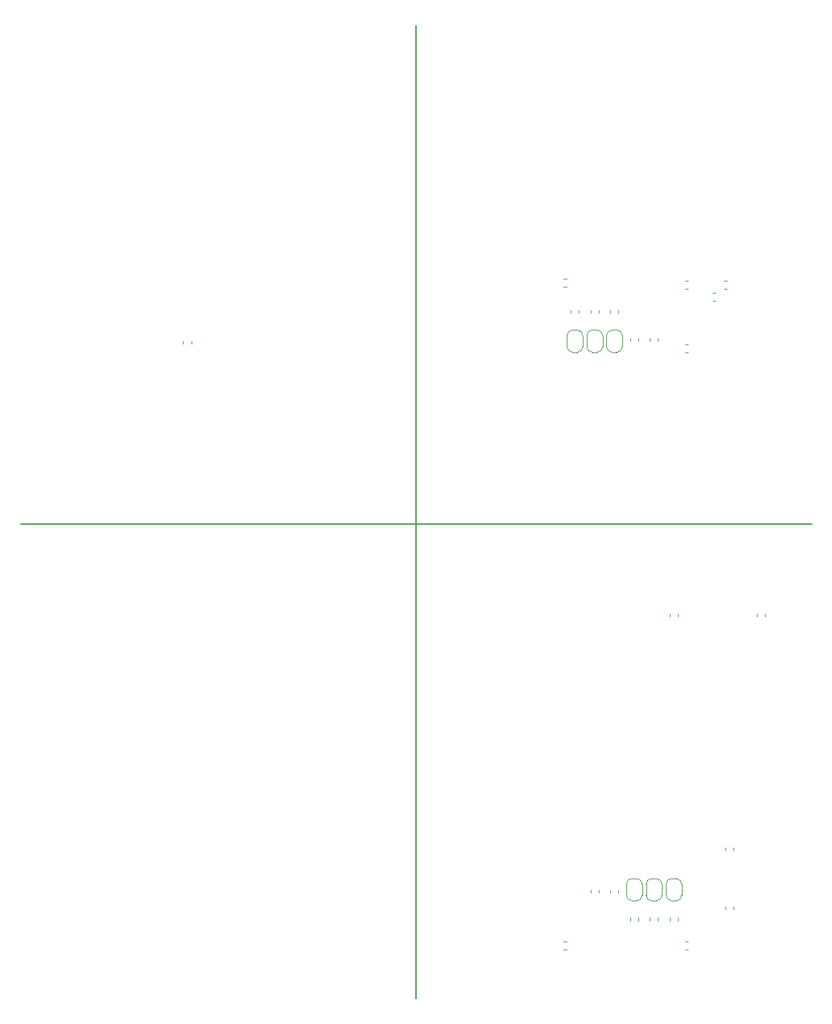
<source format=gbr>
G04 #@! TF.GenerationSoftware,KiCad,Pcbnew,5.0.0*
G04 #@! TF.CreationDate,2018-10-03T20:53:43-04:00*
G04 #@! TF.ProjectId,micromouse,6D6963726F6D6F7573652E6B69636164,rev?*
G04 #@! TF.SameCoordinates,PX8f0d180PY5f5e100*
G04 #@! TF.FileFunction,Legend,Bot*
G04 #@! TF.FilePolarity,Positive*
%FSLAX46Y46*%
G04 Gerber Fmt 4.6, Leading zero omitted, Abs format (unit mm)*
G04 Created by KiCad (PCBNEW 5.0.0) date Wed Oct  3 20:53:43 2018*
%MOMM*%
%LPD*%
G01*
G04 APERTURE LIST*
%ADD10C,0.200000*%
%ADD11C,0.120000*%
G04 APERTURE END LIST*
D10*
X-50000000Y0D02*
X50000000Y0D01*
X0Y63000000D02*
X0Y-60000000D01*
D11*
G04 #@! TO.C,R14*
X40068983Y-40883166D02*
X40068983Y-41225700D01*
X39048983Y-40883166D02*
X39048983Y-41225700D01*
G04 #@! TO.C,C1*
X18980250Y-53814432D02*
X18637716Y-53814432D01*
X18980250Y-52794432D02*
X18637716Y-52794432D01*
G04 #@! TO.C,C2*
X32048983Y-11383166D02*
X32048983Y-11725700D01*
X33068983Y-11383166D02*
X33068983Y-11725700D01*
G04 #@! TO.C,C3*
X44068982Y-11725700D02*
X44068982Y-11383166D01*
X43048982Y-11725700D02*
X43048982Y-11383166D01*
G04 #@! TO.C,C4*
X34012716Y30705568D02*
X34355250Y30705568D01*
X34012716Y29685568D02*
X34355250Y29685568D01*
G04 #@! TO.C,C6*
X34355249Y-53814433D02*
X34012715Y-53814433D01*
X34355249Y-52794433D02*
X34012715Y-52794433D01*
G04 #@! TO.C,C7*
X18637716Y29935567D02*
X18980250Y29935567D01*
X18637716Y30955567D02*
X18980250Y30955567D01*
G04 #@! TO.C,C8*
X-28431017Y22774300D02*
X-28431017Y23116834D01*
X-29451017Y22774300D02*
X-29451017Y23116834D01*
G04 #@! TO.C,C9*
X38887716Y30705567D02*
X39230250Y30705567D01*
X38887716Y29685567D02*
X39230250Y29685567D01*
G04 #@! TO.C,JP1*
X33558983Y-46904432D02*
X33558983Y-45504432D01*
X32858983Y-44804432D02*
X32258983Y-44804432D01*
X31558983Y-45504432D02*
X31558983Y-46904432D01*
X32258983Y-47604432D02*
X32858983Y-47604432D01*
X32858983Y-47604432D02*
G75*
G03X33558983Y-46904432I0J700000D01*
G01*
X31558983Y-46904432D02*
G75*
G03X32258983Y-47604432I700000J0D01*
G01*
X32258983Y-44804432D02*
G75*
G03X31558983Y-45504432I0J-700000D01*
G01*
X33558983Y-45504432D02*
G75*
G03X32858983Y-44804432I-700000J0D01*
G01*
G04 #@! TO.C,JP2*
X31058983Y-45504432D02*
G75*
G03X30358983Y-44804432I-700000J0D01*
G01*
X29758983Y-44804432D02*
G75*
G03X29058983Y-45504432I0J-700000D01*
G01*
X29058983Y-46904432D02*
G75*
G03X29758983Y-47604432I700000J0D01*
G01*
X30358983Y-47604432D02*
G75*
G03X31058983Y-46904432I0J700000D01*
G01*
X29758983Y-47604432D02*
X30358983Y-47604432D01*
X29058983Y-45504432D02*
X29058983Y-46904432D01*
X30358983Y-44804432D02*
X29758983Y-44804432D01*
X31058983Y-46904432D02*
X31058983Y-45504432D01*
G04 #@! TO.C,JP3*
X28558983Y-45504433D02*
G75*
G03X27858983Y-44804433I-700000J0D01*
G01*
X27258983Y-44804433D02*
G75*
G03X26558983Y-45504433I0J-700000D01*
G01*
X26558983Y-46904433D02*
G75*
G03X27258983Y-47604433I700000J0D01*
G01*
X27858983Y-47604433D02*
G75*
G03X28558983Y-46904433I0J700000D01*
G01*
X27258983Y-47604433D02*
X27858983Y-47604433D01*
X26558983Y-45504433D02*
X26558983Y-46904433D01*
X27858983Y-44804433D02*
X27258983Y-44804433D01*
X28558983Y-46904433D02*
X28558983Y-45504433D01*
G04 #@! TO.C,JP4*
X19058983Y23795567D02*
X19058983Y22395567D01*
X19758983Y21695567D02*
X20358983Y21695567D01*
X21058983Y22395567D02*
X21058983Y23795567D01*
X20358983Y24495567D02*
X19758983Y24495567D01*
X19758983Y24495567D02*
G75*
G03X19058983Y23795567I0J-700000D01*
G01*
X21058983Y23795567D02*
G75*
G03X20358983Y24495567I-700000J0D01*
G01*
X20358983Y21695567D02*
G75*
G03X21058983Y22395567I0J700000D01*
G01*
X19058983Y22395567D02*
G75*
G03X19758983Y21695567I700000J0D01*
G01*
G04 #@! TO.C,JP5*
X21558983Y23795567D02*
X21558983Y22395567D01*
X22258983Y21695567D02*
X22858983Y21695567D01*
X23558983Y22395567D02*
X23558983Y23795567D01*
X22858983Y24495567D02*
X22258983Y24495567D01*
X22258983Y24495567D02*
G75*
G03X21558983Y23795567I0J-700000D01*
G01*
X23558983Y23795567D02*
G75*
G03X22858983Y24495567I-700000J0D01*
G01*
X22858983Y21695567D02*
G75*
G03X23558983Y22395567I0J700000D01*
G01*
X21558983Y22395567D02*
G75*
G03X22258983Y21695567I700000J0D01*
G01*
G04 #@! TO.C,JP6*
X24058983Y22395567D02*
G75*
G03X24758983Y21695567I700000J0D01*
G01*
X25358983Y21695567D02*
G75*
G03X26058983Y22395567I0J700000D01*
G01*
X26058983Y23795567D02*
G75*
G03X25358983Y24495567I-700000J0D01*
G01*
X24758983Y24495567D02*
G75*
G03X24058983Y23795567I0J-700000D01*
G01*
X25358983Y24495567D02*
X24758983Y24495567D01*
X26058983Y22395567D02*
X26058983Y23795567D01*
X24758983Y21695567D02*
X25358983Y21695567D01*
X24058983Y23795567D02*
X24058983Y22395567D01*
G04 #@! TO.C,R1*
X37855250Y29205567D02*
X37512716Y29205567D01*
X37855250Y28185567D02*
X37512716Y28185567D01*
G04 #@! TO.C,R2*
X33068983Y-49758166D02*
X33068983Y-50100700D01*
X32048983Y-49758166D02*
X32048983Y-50100700D01*
G04 #@! TO.C,R3*
X29548982Y-49758166D02*
X29548982Y-50100700D01*
X30568982Y-49758166D02*
X30568982Y-50100700D01*
G04 #@! TO.C,R4*
X28068982Y-49758166D02*
X28068982Y-50100700D01*
X27048982Y-49758166D02*
X27048982Y-50100700D01*
G04 #@! TO.C,R5*
X24548983Y-46258165D02*
X24548983Y-46600699D01*
X25568983Y-46258165D02*
X25568983Y-46600699D01*
G04 #@! TO.C,R6*
X23068983Y-46258166D02*
X23068983Y-46600700D01*
X22048983Y-46258166D02*
X22048983Y-46600700D01*
G04 #@! TO.C,R7*
X19548983Y26649300D02*
X19548983Y26991834D01*
X20568983Y26649300D02*
X20568983Y26991834D01*
G04 #@! TO.C,R8*
X22048983Y26649300D02*
X22048983Y26991834D01*
X23068983Y26649300D02*
X23068983Y26991834D01*
G04 #@! TO.C,R9*
X25568983Y26649300D02*
X25568983Y26991834D01*
X24548983Y26649300D02*
X24548983Y26991834D01*
G04 #@! TO.C,R10*
X28068982Y23059300D02*
X28068982Y23401834D01*
X27048982Y23059300D02*
X27048982Y23401834D01*
G04 #@! TO.C,R11*
X29548982Y23059300D02*
X29548982Y23401834D01*
X30568982Y23059300D02*
X30568982Y23401834D01*
G04 #@! TO.C,R12*
X34355249Y21685567D02*
X34012715Y21685567D01*
X34355249Y22705567D02*
X34012715Y22705567D01*
G04 #@! TO.C,R13*
X40068983Y-48725700D02*
X40068983Y-48383166D01*
X39048983Y-48725700D02*
X39048983Y-48383166D01*
G04 #@! TD*
M02*

</source>
